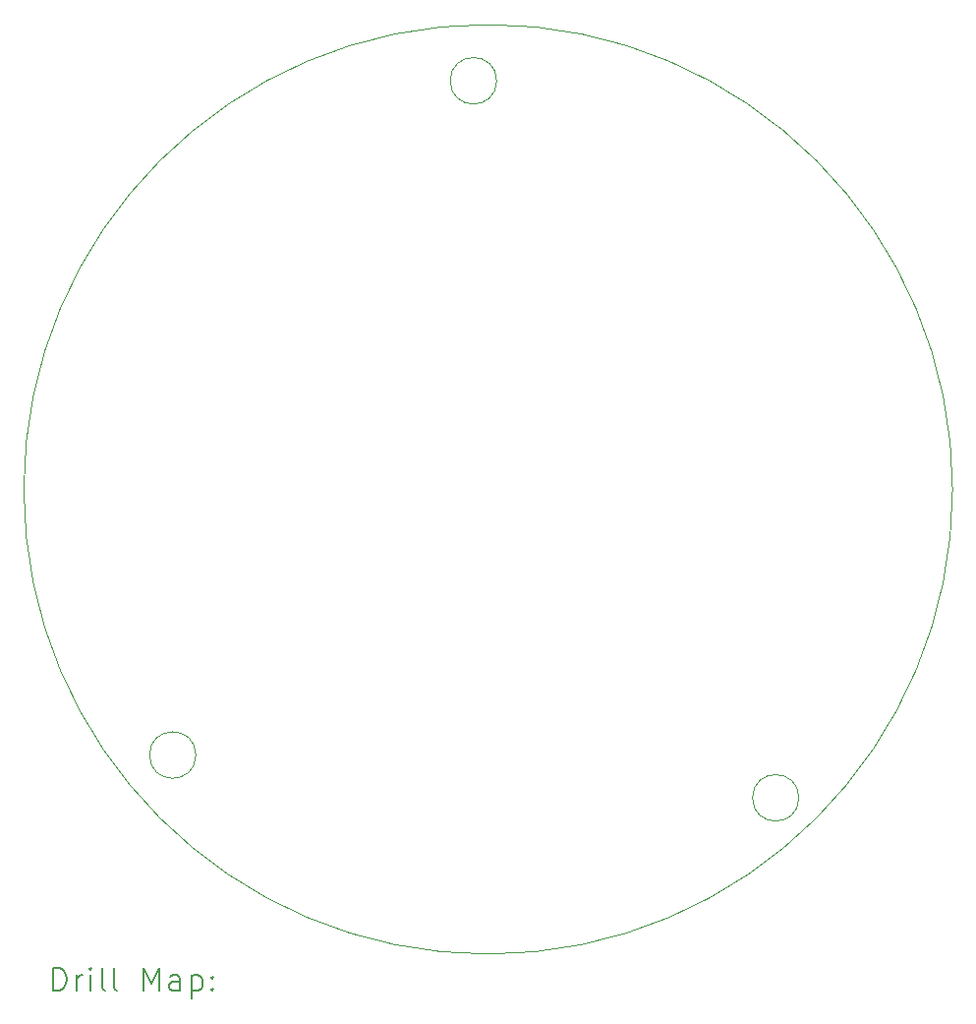
<source format=gbr>
%FSLAX45Y45*%
G04 Gerber Fmt 4.5, Leading zero omitted, Abs format (unit mm)*
G04 Created by KiCad (PCBNEW (6.0.0)) date 2022-04-16 20:40:48*
%MOMM*%
%LPD*%
G01*
G04 APERTURE LIST*
%TA.AperFunction,Profile*%
%ADD10C,0.100000*%
%TD*%
%ADD11C,0.200000*%
G04 APERTURE END LIST*
D10*
X13230200Y-12687300D02*
G75*
G03*
X13230200Y-12687300I-200000J0D01*
G01*
X8035900Y-12319000D02*
G75*
G03*
X8035900Y-12319000I-200000J0D01*
G01*
X10626700Y-6515100D02*
G75*
G03*
X10626700Y-6515100I-200000J0D01*
G01*
X14553700Y-10031741D02*
G75*
G03*
X14553700Y-10031741I-4000000J0D01*
G01*
D11*
X6806319Y-14347217D02*
X6806319Y-14147217D01*
X6853938Y-14147217D01*
X6882509Y-14156741D01*
X6901557Y-14175788D01*
X6911081Y-14194836D01*
X6920605Y-14232931D01*
X6920605Y-14261503D01*
X6911081Y-14299598D01*
X6901557Y-14318645D01*
X6882509Y-14337693D01*
X6853938Y-14347217D01*
X6806319Y-14347217D01*
X7006319Y-14347217D02*
X7006319Y-14213883D01*
X7006319Y-14251979D02*
X7015843Y-14232931D01*
X7025367Y-14223407D01*
X7044414Y-14213883D01*
X7063462Y-14213883D01*
X7130128Y-14347217D02*
X7130128Y-14213883D01*
X7130128Y-14147217D02*
X7120605Y-14156741D01*
X7130128Y-14166264D01*
X7139652Y-14156741D01*
X7130128Y-14147217D01*
X7130128Y-14166264D01*
X7253938Y-14347217D02*
X7234890Y-14337693D01*
X7225367Y-14318645D01*
X7225367Y-14147217D01*
X7358700Y-14347217D02*
X7339652Y-14337693D01*
X7330128Y-14318645D01*
X7330128Y-14147217D01*
X7587271Y-14347217D02*
X7587271Y-14147217D01*
X7653938Y-14290074D01*
X7720605Y-14147217D01*
X7720605Y-14347217D01*
X7901557Y-14347217D02*
X7901557Y-14242455D01*
X7892033Y-14223407D01*
X7872986Y-14213883D01*
X7834890Y-14213883D01*
X7815843Y-14223407D01*
X7901557Y-14337693D02*
X7882509Y-14347217D01*
X7834890Y-14347217D01*
X7815843Y-14337693D01*
X7806319Y-14318645D01*
X7806319Y-14299598D01*
X7815843Y-14280550D01*
X7834890Y-14271026D01*
X7882509Y-14271026D01*
X7901557Y-14261503D01*
X7996795Y-14213883D02*
X7996795Y-14413883D01*
X7996795Y-14223407D02*
X8015843Y-14213883D01*
X8053938Y-14213883D01*
X8072986Y-14223407D01*
X8082509Y-14232931D01*
X8092033Y-14251979D01*
X8092033Y-14309122D01*
X8082509Y-14328169D01*
X8072986Y-14337693D01*
X8053938Y-14347217D01*
X8015843Y-14347217D01*
X7996795Y-14337693D01*
X8177748Y-14328169D02*
X8187271Y-14337693D01*
X8177748Y-14347217D01*
X8168224Y-14337693D01*
X8177748Y-14328169D01*
X8177748Y-14347217D01*
X8177748Y-14223407D02*
X8187271Y-14232931D01*
X8177748Y-14242455D01*
X8168224Y-14232931D01*
X8177748Y-14223407D01*
X8177748Y-14242455D01*
M02*

</source>
